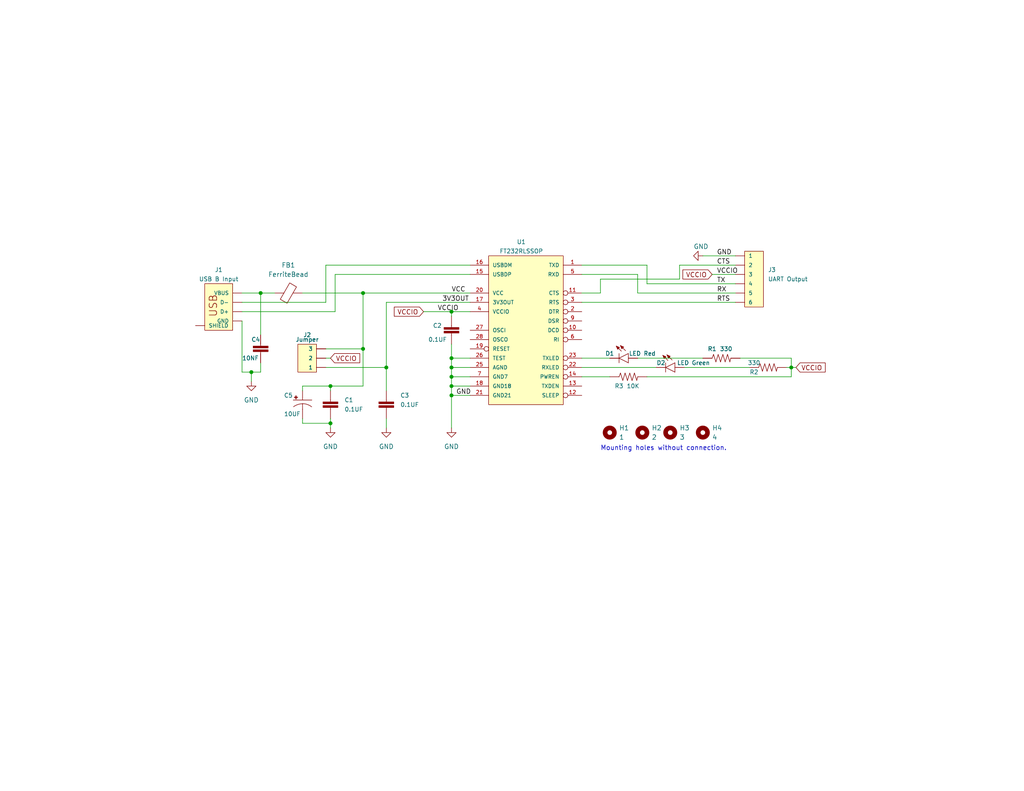
<source format=kicad_sch>
(kicad_sch (version 20211123) (generator eeschema)
  (paper "USLetter")
  (title_block (title "USB to UART Converter") (date "2022-09-28") (rev "2.0"))
  (lib_symbols
    (symbol "Device:FerriteBead" (pin_numbers hide) (pin_names (offset 0))
      (property "Reference" "FB" (at -3.81 0.635 90))
      (property "Value" "FerriteBead" (at 3.81 0 90))
      (symbol "FerriteBead_0_1"
        (polyline (pts (xy 0 -1.27) (xy 0 -1.2192)))
        (polyline (pts (xy 0 1.27) (xy 0 1.2954)))
        (polyline (pts (xy -2.7686 0.4064) (xy -1.7018 2.2606) (xy 2.7686 -0.3048) (xy 1.6764 -2.159) (xy -2.7686 0.4064)))
      )
      (symbol "FerriteBead_1_1"
        (pin passive line (at 0 3.81 270) (length 2.54) (name "~") (number "1"))
        (pin passive line (at 0 -3.81 90) (length 2.54) (name "~") (number "2"))
      )
    )
    (symbol "Mechanical:MountingHole" (pin_names (offset 1.016))
      (property "Reference" "H" (at 0 5.08 0))
      (property "Value" "MountingHole" (at 0 3.175 0))
      (symbol "MountingHole_0_1"
        (circle (center 0 0) (radius 1.27) (stroke (width 1.27)))
      )
    )
    (symbol "SparkFun-Capacitors:0.1UF-0402-16V-10%" (pin_numbers hide) (pin_names (offset 1.016) hide)
      (property "Reference" "C" (at 1.524 2.921 0))
      (property "Value" "0.1UF-0402-16V-10%" (at 1.524 -2.159 0))
      (property "Field4" "CAP-12416" (at 0 7.62 0))
      (symbol "0.1UF-0402-16V-10%_1_0"
        (polyline (pts (xy 0 0) (xy 0 0.508)))
        (polyline (pts (xy 0 2.54) (xy 0 2.032)))
      )
      (symbol "0.1UF-0402-16V-10%_1_1"
        (rectangle (start -2.032 0.508) (end 2.032 1.016) (fill (type outline)))
        (rectangle (start -2.032 1.524) (end 2.032 2.032) (fill (type outline)))
        (pin passive line (at 0 5.08 270) (length 2.54) (name "1") (number "1"))
        (pin passive line (at 0 -2.54 90) (length 2.54) (name "2") (number "2"))
      )
    )
    (symbol "SparkFun-Capacitors:10NF-0603-50V-10%" (pin_numbers hide) (pin_names (offset 1.016) hide)
      (property "Reference" "C" (at 1.524 2.921 0))
      (property "Value" "10NF-0603-50V-10%" (at 1.524 -2.159 0))
      (property "Field4" "CAP-00867" (at 0 7.62 0))
      (symbol "10NF-0603-50V-10%_1_0"
        (polyline (pts (xy 0 0) (xy 0 0.508)))
        (polyline (pts (xy 0 2.54) (xy 0 2.032)))
      )
      (symbol "10NF-0603-50V-10%_1_1"
        (rectangle (start -2.032 0.508) (end 2.032 1.016) (fill (type outline)))
        (rectangle (start -2.032 1.524) (end 2.032 2.032) (fill (type outline)))
        (pin passive line (at 0 5.08 270) (length 2.54) (name "1") (number "1"))
        (pin passive line (at 0 -2.54 90) (length 2.54) (name "2") (number "2"))
      )
    )
    (symbol "SparkFun-Capacitors:10UF-POLAR-EIA3216-16V-10%_TANT_" (pin_numbers hide) (pin_names (offset 1.016) hide)
      (property "Reference" "C" (at 1.016 0.635 0))
      (property "Value" "10UF-POLAR-EIA3216-16V-10%_TANT_" (at 1.016 -4.191 0))
      (property "Field4" "CAP-00811" (at 0 7.62 0))
      (symbol "10UF-POLAR-EIA3216-16V-10%_TANT__1_0"
        (polyline (pts (xy -2.54 0) (xy 2.54 0)))
        (polyline (pts (xy 0 -1.016) (xy 0 -2.54)))
      )
      (symbol "10UF-POLAR-EIA3216-16V-10%_TANT__1_1"
        (rectangle (start -2.2352 0.6604) (end -1.3462 0.7874) (fill (type outline)))
        (rectangle (start -1.8542 0.2794) (end -1.7272 1.1684) (fill (type outline)))
        (arc (start 0 -1.016) (mid -1.2939 -1.2289) (end -2.4638 -1.8288))
        (arc (start 2.4892 -1.8542) (mid 1.3167 -1.2157) (end 0 -0.9906))
        (pin passive line (at 0 2.54 270) (length 2.54) (name "+") (number "+"))
        (pin passive line (at 0 -5.08 90) (length 2.54) (name "-") (number "-"))
      )
    )
    (symbol "SparkFun-Connectors:CONN_03" (pin_numbers hide) (pin_names (offset 1.016))
      (property "Reference" "J" (at -5.08 7.62 0))
      (property "Value" "CONN_03" (at -5.08 -3.81 0))
      (property "Field4" "XXX-00000" (at 0 11.43 0))
      (symbol "CONN_03_0_1"
        (rectangle (start 0 -1.27) (end -5.08 6.35) (fill (type background)))
      )
      (symbol "CONN_03_1_1"
        (pin passive line (at 2.54 0 180) (length 2.54) (name "1") (number "1"))
        (pin passive line (at 2.54 2.54 180) (length 2.54) (name "2") (number "2"))
        (pin passive line (at 2.54 5.08 180) (length 2.54) (name "3") (number "3"))
      )
    )
    (symbol "SparkFun-Connectors:CONN_06LOCK" (pin_numbers hide) (pin_names (offset 1.016))
      (property "Reference" "J" (at -5.08 15.24 0))
      (property "Value" "CONN_06LOCK" (at -5.08 -3.81 0))
      (property "Field4" "XXX-00000" (at 0 19.05 0))
      (symbol "CONN_06LOCK_0_1"
        (rectangle (start 0 -1.27) (end -5.08 13.97) (fill (type background)))
      )
      (symbol "CONN_06LOCK_1_1"
        (pin passive line (at 2.54 0 180) (length 2.54) (name "1") (number "1"))
        (pin passive line (at 2.54 2.54 180) (length 2.54) (name "2") (number "2"))
        (pin passive line (at 2.54 5.08 180) (length 2.54) (name "3") (number "3"))
        (pin passive line (at 2.54 7.62 180) (length 2.54) (name "4") (number "4"))
        (pin passive line (at 2.54 10.16 180) (length 2.54) (name "5") (number "5"))
        (pin passive line (at 2.54 12.7 180) (length 2.54) (name "6") (number "6"))
      )
    )
    (symbol "SparkFun-Connectors:USB_B_PTH" (pin_numbers hide) (pin_names (offset 1.016))
      (property "Reference" "J" (at -3.81 7.62 0))
      (property "Value" "USB_B_PTH" (at -3.81 -8.89 0))
      (property "Field4" "CONN-08278" (at 0 11.43 0))
      (symbol "USB_B_PTH_1_0"
        (rectangle (start -3.81 -6.35) (end 3.81 6.35) (fill (type background)))
        (text "USB" (at 1.524 0.381 900) (effects (font (size 2.032 2.032))))
      )
      (symbol "USB_B_PTH_1_1"
        (pin bidirectional line (at -6.35 -1.27 0) (length 2.54) (name "D+") (number "D+"))
        (pin bidirectional line (at -6.35 1.27 0) (length 2.54) (name "D-") (number "D-"))
        (pin power_in line (at -6.35 -3.81 0) (length 2.54) (name "GND") (number "GND"))
        (pin bidirectional line (at 6.35 -5.08 180) (length 2.54) (name "SHIELD") (number "SHLD"))
        (pin bidirectional line (at 6.35 -5.08 180) (length 2.54) hide (name "SHIELD") (number "SHLD"))
        (pin power_in line (at -6.35 3.81 0) (length 2.54) (name "VBUS") (number "VBUS"))
      )
    )
    (symbol "SparkFun-IC-Comms:FT232RLSSOP" (pin_names (offset 1.016))
      (property "Reference" "U" (at -10.16 21.59 0))
      (property "Value" "FT232RLSSOP" (at -10.16 -22.86 0))
      (property "Field4" "IC-00870" (at 0 25.4 0))
      (symbol "FT232RLSSOP_1_1"
        (polyline (pts (xy -10.16 20.32) (xy 10.16 20.32) (xy 10.16 -20.32) (xy -10.16 -20.32) (xy -10.16 20.32)) (fill (type background)))
        (pin output line (at 15.24 17.78 180) (length 5.08) (name "TXD") (number "1"))
        (pin input inverted (at 15.24 0 180) (length 5.08) (name "DCD") (number "10"))
        (pin input inverted (at 15.24 10.16 180) (length 5.08) (name "CTS") (number "11"))
        (pin input inverted (at 15.24 -17.78 180) (length 5.08) (name "SLEEP") (number "12"))
        (pin input line (at 15.24 -15.24 180) (length 5.08) (name "TXDEN") (number "13"))
        (pin input inverted (at 15.24 -12.7 180) (length 5.08) (name "PWREN") (number "14"))
        (pin bidirectional line (at -15.24 15.24 0) (length 5.08) (name "USBDP") (number "15"))
        (pin bidirectional line (at -15.24 17.78 0) (length 5.08) (name "USBDM") (number "16"))
        (pin output line (at -15.24 7.62 0) (length 5.08) (name "3V3OUT") (number "17"))
        (pin power_in line (at -15.24 -15.24 0) (length 5.08) (name "GND18") (number "18"))
        (pin input inverted (at -15.24 -5.08 0) (length 5.08) (name "RESET") (number "19"))
        (pin output inverted (at 15.24 5.08 180) (length 5.08) (name "DTR") (number "2"))
        (pin power_in line (at -15.24 10.16 0) (length 5.08) (name "VCC") (number "20"))
        (pin power_in line (at -15.24 -17.78 0) (length 5.08) (name "GND21") (number "21"))
        (pin input inverted (at 15.24 -10.16 180) (length 5.08) (name "RXLED") (number "22"))
        (pin input inverted (at 15.24 -7.62 180) (length 5.08) (name "TXLED") (number "23"))
        (pin power_in line (at -15.24 -10.16 0) (length 5.08) (name "AGND") (number "25"))
        (pin input line (at -15.24 -7.62 0) (length 5.08) (name "TEST") (number "26"))
        (pin input line (at -15.24 0 0) (length 5.08) (name "OSCI") (number "27"))
        (pin output line (at -15.24 -2.54 0) (length 5.08) (name "OSCO") (number "28"))
        (pin output inverted (at 15.24 7.62 180) (length 5.08) (name "RTS") (number "3"))
        (pin power_in line (at -15.24 5.08 0) (length 5.08) (name "VCCIO") (number "4"))
        (pin input line (at 15.24 15.24 180) (length 5.08) (name "RXD") (number "5"))
        (pin input inverted (at 15.24 -2.54 180) (length 5.08) (name "RI") (number "6"))
        (pin power_in line (at -15.24 -12.7 0) (length 5.08) (name "GND7") (number "7"))
        (pin input inverted (at 15.24 2.54 180) (length 5.08) (name "DSR") (number "9"))
      )
    )
    (symbol "SparkFun-LED:LED3MM" (pin_numbers hide) (pin_names (offset 1.016) hide)
      (property "Reference" "D" (at -1.27 -6.35 90))
      (property "Value" "LED3MM" (at 3.81 -6.35 90))
      (property "Field4" "DIO-08794" (at -6.35 0 90))
      (symbol "LED3MM_1_0"
        (polyline (pts (xy -2.032 -0.762) (xy -3.429 -2.159)))
        (polyline (pts (xy -1.905 -1.905) (xy -3.302 -3.302)))
        (polyline (pts (xy 0 -2.54) (xy -1.27 -2.54)))
        (polyline (pts (xy 0 -2.54) (xy -1.27 0)))
        (polyline (pts (xy 1.27 -2.54) (xy 0 -2.54)))
        (polyline (pts (xy 1.27 0) (xy -1.27 0)))
        (polyline (pts (xy 1.27 0) (xy 0 -2.54)))
      )
      (symbol "LED3MM_1_1"
        (polyline (pts (xy -3.429 -2.159) (xy -3.048 -1.27) (xy -3.048 -1.27) (xy -2.54 -1.778) (xy -2.54 -1.778) (xy -3.429 -2.159)) (fill (type outline)))
        (polyline (pts (xy -3.302 -3.302) (xy -2.921 -2.413) (xy -2.921 -2.413) (xy -2.413 -2.921) (xy -2.413 -2.921) (xy -3.302 -3.302)) (fill (type outline)))
        (pin passive line (at 0 2.54 270) (length 2.54) (name "A") (number "A"))
        (pin passive line (at 0 -5.08 90) (length 2.54) (name "C") (number "K"))
      )
    )
    (symbol "SparkFun-Resistors:10KOHM-HORIZ_KIT-1_6W-5%" (pin_numbers hide) (pin_names (offset 1.016) hide)
      (property "Reference" "R" (at -5.08 1.27 0))
      (property "Value" "10KOHM-HORIZ_KIT-1_6W-5%" (at -5.08 -3.81 0))
      (property "Field4" "RES-08375" (at 0 5.08 0))
      (symbol "10KOHM-HORIZ_KIT-1_6W-5%_1_0"
        (polyline (pts (xy -2.54 0) (xy -2.159 1.016)))
        (polyline (pts (xy -2.159 1.016) (xy -1.524 -1.016)))
        (polyline (pts (xy -1.524 -1.016) (xy -0.889 1.016)))
        (polyline (pts (xy -0.889 1.016) (xy -0.254 -1.016)))
        (polyline (pts (xy -0.254 -1.016) (xy 0.381 1.016)))
        (polyline (pts (xy 0.381 1.016) (xy 1.016 -1.016)))
        (polyline (pts (xy 1.016 -1.016) (xy 1.651 1.016)))
        (polyline (pts (xy 1.651 1.016) (xy 2.286 -1.016)))
        (polyline (pts (xy 2.286 -1.016) (xy 2.54 0)))
      )
      (symbol "10KOHM-HORIZ_KIT-1_6W-5%_1_1"
        (pin passive line (at -5.08 0 0) (length 2.54) (name "1") (number "P$1"))
        (pin passive line (at 5.08 0 180) (length 2.54) (name "2") (number "P$2"))
      )
    )
    (symbol "SparkFun-Resistors:330OHM-HORIZ-1_10W-5%" (pin_numbers hide) (pin_names (offset 1.016) hide)
      (property "Reference" "R" (at -5.08 1.27 0))
      (property "Value" "330OHM-HORIZ-1_10W-5%" (at -5.08 -3.81 0))
      (property "Field4" "RES-8371" (at 0 5.08 0))
      (symbol "330OHM-HORIZ-1_10W-5%_1_0"
        (polyline (pts (xy -2.54 0) (xy -2.159 1.016)))
        (polyline (pts (xy -2.159 1.016) (xy -1.524 -1.016)))
        (polyline (pts (xy -1.524 -1.016) (xy -0.889 1.016)))
        (polyline (pts (xy -0.889 1.016) (xy -0.254 -1.016)))
        (polyline (pts (xy -0.254 -1.016) (xy 0.381 1.016)))
        (polyline (pts (xy 0.381 1.016) (xy 1.016 -1.016)))
        (polyline (pts (xy 1.016 -1.016) (xy 1.651 1.016)))
        (polyline (pts (xy 1.651 1.016) (xy 2.286 -1.016)))
        (polyline (pts (xy 2.286 -1.016) (xy 2.54 0)))
      )
      (symbol "330OHM-HORIZ-1_10W-5%_1_1"
        (pin passive line (at -5.08 0 0) (length 2.54) (name "1") (number "P$1"))
        (pin passive line (at 5.08 0 180) (length 2.54) (name "2") (number "P$2"))
      )
    )
    (symbol "power:GND" (power) (pin_names (offset 0))
      (property "Value" "GND" (at 0 -3.81 0))
      (symbol "GND_0_1"
        (polyline (pts (xy 0 0) (xy 0 -1.27) (xy 1.27 -1.27) (xy 0 -2.54) (xy -1.27 -1.27) (xy 0 -1.27)))
      )
      (symbol "GND_1_1"
        (pin power_in line (at 0 0 270) (length 0) hide (name "GND") (number "1"))
      )
    )
  )
  (junction (at 71.12 80.01))
  (junction (at 123.19 107.95))
  (junction (at 68.58 101.6))
  (junction (at 215.9 100.33))
  (junction (at 99.06 80.01))
  (junction (at 90.17 105.41))
  (junction (at 99.06 95.25))
  (junction (at 123.19 102.87))
  (junction (at 123.19 105.41))
  (junction (at 123.19 97.79))
  (junction (at 105.41 100.33))
  (junction (at 90.17 115.57))
  (junction (at 123.19 85.09))
  (junction (at 123.19 100.33))
  (wire (pts (xy 123.19 102.87) (xy 123.19 105.41)))
  (wire (pts (xy 99.06 105.41) (xy 99.06 95.25)))
  (wire (pts (xy 163.83 76.2) (xy 163.83 80.01)))
  (wire (pts (xy 123.19 86.36) (xy 123.19 85.09)))
  (wire (pts (xy 186.69 100.33) (xy 204.47 100.33)))
  (wire (pts (xy 88.9 72.39) (xy 128.27 72.39)))
  (wire (pts (xy 176.53 72.39) (xy 158.75 72.39)))
  (wire (pts (xy 66.04 87.63) (xy 66.04 101.6)))
  (wire (pts (xy 88.9 97.79) (xy 90.17 97.79)))
  (wire (pts (xy 71.12 80.01) (xy 71.12 91.44)))
  (wire (pts (xy 68.58 101.6) (xy 71.12 101.6)))
  (wire (pts (xy 82.55 80.01) (xy 99.06 80.01)))
  (wire (pts (xy 123.19 105.41) (xy 123.19 107.95)))
  (wire (pts (xy 214.63 100.33) (xy 215.9 100.33)))
  (wire (pts (xy 173.99 80.01) (xy 200.66 80.01)))
  (wire (pts (xy 66.04 80.01) (xy 71.12 80.01)))
  (wire (pts (xy 123.19 93.98) (xy 123.19 97.79)))
  (wire (pts (xy 123.19 100.33) (xy 123.19 102.87)))
  (wire (pts (xy 128.27 100.33) (xy 123.19 100.33)))
  (wire (pts (xy 200.66 77.47) (xy 176.53 77.47)))
  (wire (pts (xy 158.75 74.93) (xy 173.99 74.93)))
  (wire (pts (xy 176.53 102.87) (xy 215.9 102.87)))
  (wire (pts (xy 215.9 100.33) (xy 217.17 100.33)))
  (wire (pts (xy 105.41 114.3) (xy 105.41 116.84)))
  (wire (pts (xy 158.75 100.33) (xy 179.07 100.33)))
  (wire (pts (xy 88.9 95.25) (xy 99.06 95.25)))
  (wire (pts (xy 185.42 76.2) (xy 163.83 76.2)))
  (wire (pts (xy 158.75 102.87) (xy 166.37 102.87)))
  (wire (pts (xy 91.44 74.93) (xy 91.44 85.09)))
  (wire (pts (xy 68.58 101.6) (xy 68.58 104.14)))
  (wire (pts (xy 128.27 74.93) (xy 91.44 74.93)))
  (wire (pts (xy 88.9 82.55) (xy 88.9 72.39)))
  (wire (pts (xy 158.75 82.55) (xy 200.66 82.55)))
  (wire (pts (xy 123.19 102.87) (xy 128.27 102.87)))
  (wire (pts (xy 105.41 100.33) (xy 105.41 106.68)))
  (wire (pts (xy 71.12 80.01) (xy 74.93 80.01)))
  (wire (pts (xy 66.04 82.55) (xy 88.9 82.55)))
  (wire (pts (xy 91.44 85.09) (xy 66.04 85.09)))
  (wire (pts (xy 105.41 82.55) (xy 105.41 100.33)))
  (wire (pts (xy 90.17 105.41) (xy 82.55 105.41)))
  (wire (pts (xy 115.57 85.09) (xy 123.19 85.09)))
  (wire (pts (xy 123.19 105.41) (xy 128.27 105.41)))
  (wire (pts (xy 215.9 97.79) (xy 215.9 100.33)))
  (wire (pts (xy 215.9 100.33) (xy 215.9 102.87)))
  (wire (pts (xy 71.12 99.06) (xy 71.12 101.6)))
  (wire (pts (xy 128.27 97.79) (xy 123.19 97.79)))
  (wire (pts (xy 123.19 85.09) (xy 128.27 85.09)))
  (wire (pts (xy 105.41 82.55) (xy 128.27 82.55)))
  (wire (pts (xy 201.93 97.79) (xy 215.9 97.79)))
  (wire (pts (xy 123.19 100.33) (xy 123.19 97.79)))
  (wire (pts (xy 163.83 80.01) (xy 158.75 80.01)))
  (wire (pts (xy 90.17 105.41) (xy 90.17 106.68)))
  (wire (pts (xy 158.75 97.79) (xy 166.37 97.79)))
  (wire (pts (xy 82.55 114.3) (xy 82.55 115.57)))
  (wire (pts (xy 99.06 80.01) (xy 128.27 80.01)))
  (wire (pts (xy 82.55 105.41) (xy 82.55 106.68)))
  (wire (pts (xy 90.17 115.57) (xy 90.17 116.84)))
  (wire (pts (xy 82.55 115.57) (xy 90.17 115.57)))
  (wire (pts (xy 99.06 95.25) (xy 99.06 80.01)))
  (wire (pts (xy 88.9 100.33) (xy 105.41 100.33)))
  (wire (pts (xy 90.17 105.41) (xy 99.06 105.41)))
  (wire (pts (xy 173.99 74.93) (xy 173.99 80.01)))
  (wire (pts (xy 90.17 114.3) (xy 90.17 115.57)))
  (wire (pts (xy 191.77 69.85) (xy 200.66 69.85)))
  (wire (pts (xy 200.66 72.39) (xy 185.42 72.39)))
  (wire (pts (xy 123.19 107.95) (xy 128.27 107.95)))
  (wire (pts (xy 123.19 107.95) (xy 123.19 116.84)))
  (wire (pts (xy 66.04 101.6) (xy 68.58 101.6)))
  (wire (pts (xy 185.42 72.39) (xy 185.42 76.2)))
  (wire (pts (xy 194.31 74.93) (xy 200.66 74.93)))
  (wire (pts (xy 176.53 77.47) (xy 176.53 72.39)))
  (wire (pts (xy 173.99 97.79) (xy 191.77 97.79)))
  (text "Mounting holes without connection." (at 163.83 123.19 0) (effects (font (size 1.27 1.27)) (justify left bottom)))
  (label "RX" (at 195.58 80.01 0))
  (label "RTS" (at 195.58 82.55 0))
  (label "VCCIO" (at 119.38 85.09 0))
  (label "CTS" (at 195.58 72.39 0))
  (label "VCCIO" (at 195.58 74.93 0))
  (label "GND" (at 124.46 107.95 0))
  (label "3V3OUT" (at 120.65 82.55 0))
  (label "GND" (at 195.58 69.85 0))
  (label "TX" (at 195.58 77.47 0))
  (label "VCC" (at 123.19 80.01 0))
  (global_label "VCCIO" (shape input) (at 217.17 100.33 0) (property "Intersheet References" "${INTERSHEET_REFS}" (effects hide)))
  (global_label "VCCIO" (shape input) (at 90.17 97.79 0) (property "Intersheet References" "${INTERSHEET_REFS}" (effects hide)))
  (global_label "VCCIO" (shape input) (at 194.31 74.93 180) (property "Intersheet References" "${INTERSHEET_REFS}" (effects hide)))
  (global_label "VCCIO" (shape input) (at 115.57 85.09 180) (property "Intersheet References" "${INTERSHEET_REFS}" (effects hide)))
  (symbol (lib_id "SparkFun-Connectors:CONN_03") (at 86.36 100.33 0) (unit 1)
    (property "Reference" "J2" (at 83.82 91.44 0) (effects (font (size 1.143 1.143))))
    (property "Value" "Jumper" (at 83.82 92.71 0) (effects (font (size 1.143 1.143))))
    (property "Footprint" "Connectors:1X03" (effects hide))
  )
  (symbol (lib_id "SparkFun-Capacitors:0.1UF-0402-16V-10%") (at 123.19 91.44 0) (unit 1)
    (property "Reference" "C2" (at 118.11 88.9 0) (effects (font (size 1.143 1.143)) (justify left)))
    (property "Value" "0.1UF" (at 116.84 92.71 0) (effects (font (size 1.143 1.143)) (justify left)))
    (property "Footprint" "Capacitors:CAP-PTH-5MM" (effects hide))
  )
  (symbol (lib_id "SparkFun-Capacitors:10UF-POLAR-EIA3216-16V-10%_TANT_") (at 82.55 109.22 0) (unit 1)
    (property "Reference" "C5" (at 77.47 107.95 0) (effects (font (size 1.143 1.143)) (justify left)))
    (property "Value" "10UF" (at 77.47 113.03 0) (effects (font (size 1.143 1.143)) (justify left)))
    (property "Footprint" "Capacitors:CPOL-RADIAL-5MM-10MM" (effects hide))
  )
  (symbol (lib_id "power:GND") (at 191.77 69.85 270) (unit 1)
    (property "Reference" "#PWR0105" (effects hide))
    (property "Value" "GND" (at 189.23 67.31 90) (effects (justify left)))
  )
  (symbol (lib_id "SparkFun-Capacitors:10NF-0603-50V-10%") (at 71.12 96.52 0) (unit 1)
    (property "Reference" "C4" (at 68.58 92.71 0) (effects (font (size 1.143 1.143)) (justify left)))
    (property "Value" "10NF" (at 66.04 97.79 0) (effects (font (size 1.143 1.143)) (justify left)))
    (property "Footprint" "Capacitors:CAP-PTH-5MM" (effects hide))
  )
  (symbol (lib_id "Mechanical:MountingHole") (at 182.88 118.11 0) (unit 1)
    (property "Reference" "H3" (at 185.42 116.8399 0) (effects (justify left)))
    (property "Value" "3" (at 185.42 119.3799 0) (effects (justify left)))
    (property "Footprint" "Hardware:STANDOFF_GROUNDING" (effects hide))
  )
  (symbol (lib_id "power:GND") (at 68.58 104.14 0) (unit 1)
    (property "Reference" "#PWR0101" (effects hide))
    (property "Value" "GND" (at 68.58 109.22 0))
  )
  (symbol (lib_id "power:GND") (at 105.41 116.84 0) (unit 1)
    (property "Reference" "#PWR0103" (effects hide))
    (property "Value" "GND" (at 105.41 121.92 0))
  )
  (symbol (lib_id "SparkFun-Connectors:CONN_06LOCK") (at 203.2 69.85 180) (unit 1)
    (property "Reference" "J3" (at 209.55 73.66 0) (effects (font (size 1.143 1.143)) (justify right)))
    (property "Value" "UART Output" (at 209.55 76.2 0) (effects (font (size 1.143 1.143)) (justify right)))
    (property "Footprint" "Connectors:1X06" (effects hide))
  )
  (symbol (lib_id "Mechanical:MountingHole") (at 166.37 118.11 0) (unit 1)
    (property "Reference" "H1" (at 168.91 116.8399 0) (effects (justify left)))
    (property "Value" "1" (at 168.91 119.3799 0) (effects (justify left)))
    (property "Footprint" "Hardware:STANDOFF_GROUNDING" (effects hide))
  )
  (symbol (lib_id "SparkFun-LED:LED3MM") (at 171.45 97.79 270) (unit 1)
    (property "Reference" "D1" (at 166.37 96.52 90) (effects (font (size 1.143 1.143))))
    (property "Value" "LED Red" (at 175.26 96.52 90) (effects (font (size 1.143 1.143))))
    (property "Footprint" "LED:LED_3MM" (effects hide))
  )
  (symbol (lib_id "SparkFun-Connectors:USB_B_PTH") (at 59.69 83.82 0) (mirror y) (unit 1)
    (property "Reference" "J1" (at 59.69 73.66 0) (effects (font (size 1.143 1.143))))
    (property "Value" "USB B Input" (at 59.69 76.2 0) (effects (font (size 1.143 1.143))))
    (property "Footprint" "Connectors:USB-B-PTH" (effects hide))
  )
  (symbol (lib_id "Mechanical:MountingHole") (at 175.26 118.11 0) (unit 1)
    (property "Reference" "H2" (at 177.8 116.8399 0) (effects (justify left)))
    (property "Value" "2" (at 177.8 119.3799 0) (effects (justify left)))
    (property "Footprint" "Hardware:STANDOFF_GROUNDING" (effects hide))
  )
  (symbol (lib_id "power:GND") (at 90.17 116.84 0) (unit 1)
    (property "Reference" "#PWR0102" (effects hide))
    (property "Value" "GND" (at 90.17 121.92 0))
  )
  (symbol (lib_id "Device:FerriteBead") (at 78.74 80.01 90) (unit 1)
    (property "Reference" "FB1" (at 78.6892 72.39 90))
    (property "Value" "FerriteBead" (at 78.6892 74.93 90))
    (property "Footprint" "Ferrite_THT:LairdTech_28C0236-0JW-10" (effects hide))
  )
  (symbol (lib_id "SparkFun-IC-Comms:FT232RLSSOP") (at 143.51 90.17 0) (unit 1)
    (property "Reference" "U1" (at 142.24 66.04 0) (effects (font (size 1.143 1.143))))
    (property "Value" "FT232RLSSOP" (at 142.24 68.58 0) (effects (font (size 1.143 1.143))))
    (property "Footprint" "Silicon-Standard:SSOP28DB" (effects hide))
  )
  (symbol (lib_id "SparkFun-Resistors:330OHM-HORIZ-1_10W-5%") (at 196.85 97.79 0) (unit 1)
    (property "Reference" "R1" (at 194.31 95.25 0) (effects (font (size 1.143 1.143))))
    (property "Value" "330" (at 198.12 95.25 0) (effects (font (size 1.143 1.143))))
    (property "Footprint" "Resistors:AXIAL-0.3" (effects hide))
  )
  (symbol (lib_id "Mechanical:MountingHole") (at 191.77 118.11 0) (unit 1)
    (property "Reference" "H4" (at 194.31 116.8399 0) (effects (justify left)))
    (property "Value" "4" (at 194.31 119.3799 0) (effects (justify left)))
    (property "Footprint" "Hardware:STANDOFF_GROUNDING" (effects hide))
  )
  (symbol (lib_id "power:GND") (at 123.19 116.84 0) (unit 1)
    (property "Reference" "#PWR0104" (effects hide))
    (property "Value" "GND" (at 123.19 121.92 0))
  )
  (symbol (lib_id "SparkFun-Resistors:330OHM-HORIZ-1_10W-5%") (at 209.55 100.33 0) (unit 1)
    (property "Reference" "R2" (at 205.74 101.6 0) (effects (font (size 1.143 1.143))))
    (property "Value" "330" (at 205.74 99.06 0) (effects (font (size 1.143 1.143))))
    (property "Footprint" "Resistors:AXIAL-0.3" (effects hide))
  )
  (symbol (lib_id "SparkFun-Capacitors:0.1UF-0402-16V-10%") (at 90.17 111.76 0) (unit 1)
    (property "Reference" "C1" (at 93.98 109.22 0) (effects (font (size 1.143 1.143)) (justify left)))
    (property "Value" "0.1UF" (at 93.98 111.76 0) (effects (font (size 1.143 1.143)) (justify left)))
    (property "Footprint" "Capacitors:CAP-PTH-5MM" (effects hide))
  )
  (symbol (lib_id "SparkFun-LED:LED3MM") (at 184.15 100.33 270) (unit 1)
    (property "Reference" "D2" (at 180.34 99.06 90) (effects (font (size 1.143 1.143))))
    (property "Value" "LED Green" (at 189.23 99.06 90) (effects (font (size 1.143 1.143))))
    (property "Footprint" "LED:LED_3MM" (effects hide))
  )
  (symbol (lib_id "SparkFun-Capacitors:0.1UF-0402-16V-10%") (at 105.41 111.76 0) (unit 1)
    (property "Reference" "C3" (at 109.22 107.95 0) (effects (font (size 1.143 1.143)) (justify left)))
    (property "Value" "0.1UF" (at 109.22 110.49 0) (effects (font (size 1.143 1.143)) (justify left)))
    (property "Footprint" "Capacitors:CAP-PTH-5MM" (effects hide))
  )
  (symbol (lib_id "SparkFun-Resistors:10KOHM-HORIZ_KIT-1_6W-5%") (at 171.45 102.87 0) (unit 1)
    (property "Reference" "R3" (at 168.91 105.41 0) (effects (font (size 1.143 1.143))))
    (property "Value" "10K" (at 172.72 105.41 0) (effects (font (size 1.143 1.143))))
    (property "Footprint" "Resistors:AXIAL-0.3-KIT" (effects hide))
  )
)
</source>
